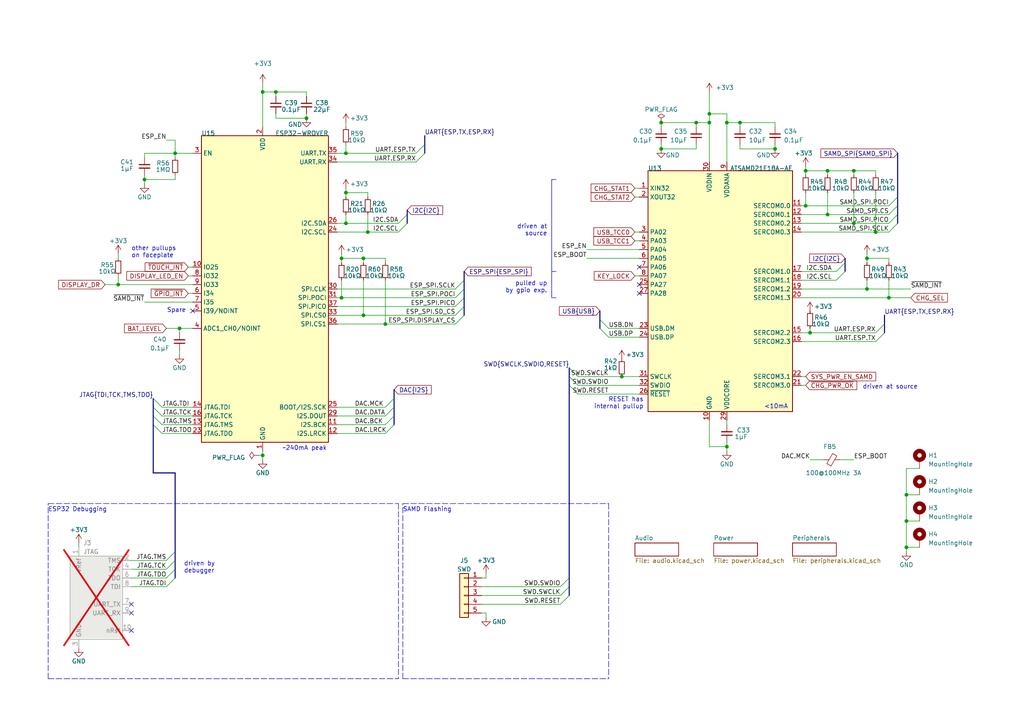
<source format=kicad_sch>
(kicad_sch (version 20230121) (generator eeschema)
  (paper "A4")
  (title_block (title "TANGARA") (date "2023-05-30") (rev "4") (company "made by jacqueline") (comment 1 "SPDX-License-Identifier: CERN-OHL-S-2.0"))
  (lib_symbols
    (symbol "Connector_Generic:Conn_01x05" (pin_names (offset 1.016) hide)
      (property "Reference" "J" (at 0 7.62 0))
      (property "Value" "Conn_01x05" (at 0 -7.62 0))
      (symbol "Conn_01x05_1_1"
        (rectangle (start -1.27 -4.953) (end 0 -5.207) (stroke (width 0.1524)))
        (rectangle (start -1.27 -2.413) (end 0 -2.667) (stroke (width 0.1524)))
        (rectangle (start -1.27 0.127) (end 0 -0.127) (stroke (width 0.1524)))
        (rectangle (start -1.27 2.667) (end 0 2.413) (stroke (width 0.1524)))
        (rectangle (start -1.27 5.207) (end 0 4.953) (stroke (width 0.1524)))
        (rectangle (start -1.27 6.35) (end 1.27 -6.35) (stroke (width 0.254)) (fill (type background)))
        (pin passive line (at -5.08 5.08 0) (length 3.81) (name "Pin_1") (number "1"))
        (pin passive line (at -5.08 2.54 0) (length 3.81) (name "Pin_2") (number "2"))
        (pin passive line (at -5.08 0 0) (length 3.81) (name "Pin_3") (number "3"))
        (pin passive line (at -5.08 -2.54 0) (length 3.81) (name "Pin_4") (number "4"))
        (pin passive line (at -5.08 -5.08 0) (length 3.81) (name "Pin_5") (number "5"))
      )
    )
    (symbol "Device:C_Small" (pin_numbers hide) (pin_names (offset 0.254) hide)
      (property "Reference" "C" (at 0.254 1.778 0))
      (property "Value" "C_Small" (at 0.254 -2.032 0))
      (symbol "C_Small_0_1"
        (polyline (pts (xy -1.524 -0.508) (xy 1.524 -0.508)) (stroke (width 0.3302)))
        (polyline (pts (xy -1.524 0.508) (xy 1.524 0.508)) (stroke (width 0.3048)))
      )
      (symbol "C_Small_1_1"
        (pin passive line (at 0 2.54 270) (length 2.032) (name "~") (number "1"))
        (pin passive line (at 0 -2.54 90) (length 2.032) (name "~") (number "2"))
      )
    )
    (symbol "Device:Ferrite_Bead_Small" (pin_numbers hide) (pin_names (offset 0))
      (property "Reference" "FB" (at 1.905 1.27 0))
      (property "Value" "Device_Ferrite_Bead_Small" (at 1.905 -1.27 0))
      (symbol "Ferrite_Bead_Small_0_1"
        (polyline (pts (xy 0 -1.27) (xy 0 -0.7874)))
        (polyline (pts (xy 0 0.889) (xy 0 1.2954)))
        (polyline (pts (xy -1.8288 0.2794) (xy -1.1176 1.4986) (xy 1.8288 -0.2032) (xy 1.1176 -1.4224) (xy -1.8288 0.2794)))
      )
      (symbol "Ferrite_Bead_Small_1_1"
        (pin passive line (at 0 2.54 270) (length 1.27) (name "~") (number "1"))
        (pin passive line (at 0 -2.54 90) (length 1.27) (name "~") (number "2"))
      )
    )
    (symbol "Device:R_Small" (pin_numbers hide) (pin_names (offset 0.254) hide)
      (property "Reference" "R" (at 0.762 0.508 0))
      (property "Value" "R_Small" (at 0.762 -1.016 0))
      (symbol "R_Small_0_1"
        (rectangle (start -0.762 1.778) (end 0.762 -1.778) (stroke (width 0.2032)))
      )
      (symbol "R_Small_1_1"
        (pin passive line (at 0 2.54 270) (length 0.762) (name "~") (number "1"))
        (pin passive line (at 0 -2.54 90) (length 0.762) (name "~") (number "2"))
      )
    )
    (symbol "Mechanical:MountingHole_Pad" (pin_numbers hide) (pin_names (offset 1.016) hide)
      (property "Reference" "H" (at 0 6.35 0))
      (property "Value" "MountingHole_Pad" (at 0 4.445 0))
      (symbol "MountingHole_Pad_0_1"
        (circle (center 0 1.27) (radius 1.27) (stroke (width 1.27)))
      )
      (symbol "MountingHole_Pad_1_1"
        (pin input line (at 0 -2.54 90) (length 2.54) (name "1") (number "1"))
      )
    )
    (symbol "power:+3V3" (power) (pin_names (offset 0))
      (property "Value" "+3V3" (at 0 3.556 0))
      (symbol "+3V3_0_1"
        (polyline (pts (xy -0.762 1.27) (xy 0 2.54)))
        (polyline (pts (xy 0 0) (xy 0 2.54)))
        (polyline (pts (xy 0 2.54) (xy 0.762 1.27)))
      )
      (symbol "+3V3_1_1"
        (pin power_in line (at 0 0 90) (length 0) hide (name "+3V3") (number "1"))
      )
    )
    (symbol "power:GND" (power) (pin_names (offset 0))
      (property "Value" "GND" (at 0 -3.81 0))
      (symbol "GND_0_1"
        (polyline (pts (xy 0 0) (xy 0 -1.27) (xy 1.27 -1.27) (xy 0 -2.54) (xy -1.27 -1.27) (xy 0 -1.27)))
      )
      (symbol "GND_1_1"
        (pin power_in line (at 0 0 270) (length 0) hide (name "GND") (number "1"))
      )
    )
    (symbol "power:PWR_FLAG" (power) (pin_numbers hide) (pin_names (offset 0) hide)
      (property "Value" "PWR_FLAG" (at 0 3.81 0))
      (symbol "PWR_FLAG_0_0"
        (pin power_out line (at 0 0 90) (length 0) (name "pwr") (number "1"))
      )
      (symbol "PWR_FLAG_0_1"
        (polyline (pts (xy 0 0) (xy 0 1.27) (xy -1.016 1.905) (xy 0 2.54) (xy 1.016 1.905) (xy 0 1.27)))
      )
    )
    (symbol "symbols:ATSAMD21E15A-A"
      (property "Reference" "U" (at 0 15.24 0))
      (property "Value" "ATSAMD21E15A-A" (at 0 10.16 0))
      (symbol "ATSAMD21E15A-A_1_1"
        (rectangle (start -20.32 45.72) (end 21.59 -24.13) (stroke (width 0.254)) (fill (type background)))
        (pin bidirectional line (at -22.86 40.64 0) (length 2.54) (name "XIN32") (number "1"))
        (pin power_in line (at -2.54 -26.67 90) (length 2.54) (name "GND") (number "10"))
        (pin bidirectional line (at 24.13 35.56 180) (length 2.54) (name "SERCOM0.0") (number "11"))
        (pin bidirectional line (at 24.13 33.02 180) (length 2.54) (name "SERCOM0.1") (number "12"))
        (pin bidirectional line (at 24.13 30.48 180) (length 2.54) (name "SERCOM0.2") (number "13"))
        (pin bidirectional line (at 24.13 27.94 180) (length 2.54) (name "SERCOM0.3") (number "14"))
        (pin bidirectional line (at 24.13 -1.27 180) (length 2.54) (name "SERCOM2.2") (number "15"))
        (pin bidirectional line (at 24.13 -3.81 180) (length 2.54) (name "SERCOM2.3") (number "16"))
        (pin bidirectional line (at 24.13 16.51 180) (length 2.54) (name "SERCOM1.0") (number "17"))
        (pin bidirectional line (at 24.13 13.97 180) (length 2.54) (name "SERCOM1.1") (number "18"))
        (pin bidirectional line (at 24.13 11.43 180) (length 2.54) (name "SERCOM1.2") (number "19"))
        (pin bidirectional line (at -22.86 38.1 0) (length 2.54) (name "XOUT32") (number "2"))
        (pin bidirectional line (at 24.13 8.89 180) (length 2.54) (name "SERCOM1.3") (number "20"))
        (pin bidirectional line (at 24.13 -16.51 180) (length 2.54) (name "SERCOM3.0") (number "21"))
        (pin bidirectional line (at 24.13 -13.97 180) (length 2.54) (name "SERCOM3.1") (number "22"))
        (pin bidirectional line (at -22.86 0 0) (length 2.54) (name "USB.DM") (number "23"))
        (pin bidirectional line (at -22.86 -2.54 0) (length 2.54) (name "USB.DP") (number "24"))
        (pin bidirectional line (at -22.86 12.7 0) (length 2.54) (name "PA27") (number "25"))
        (pin input line (at -22.86 -19.05 0) (length 2.54) (name "~{RESET}") (number "26"))
        (pin bidirectional line (at -22.86 10.16 0) (length 2.54) (name "PA28") (number "27"))
        (pin power_in line (at -2.54 -26.67 90) (length 2.54) hide (name "GND") (number "28"))
        (pin power_out line (at 2.54 -26.67 90) (length 2.54) (name "VDDCORE") (number "29"))
        (pin bidirectional line (at -22.86 27.94 0) (length 2.54) (name "PA02") (number "3"))
        (pin power_in line (at -2.54 48.26 270) (length 2.54) (name "VDDIN") (number "30"))
        (pin bidirectional line (at -22.86 -13.97 0) (length 2.54) (name "SWCLK") (number "31"))
        (pin bidirectional line (at -22.86 -16.51 0) (length 2.54) (name "SWDIO") (number "32"))
        (pin bidirectional line (at -22.86 25.4 0) (length 2.54) (name "PA03") (number "4"))
        (pin bidirectional line (at -22.86 22.86 0) (length 2.54) (name "PA04") (number "5"))
        (pin bidirectional line (at -22.86 20.32 0) (length 2.54) (name "PA05") (number "6"))
        (pin bidirectional line (at -22.86 17.78 0) (length 2.54) (name "PA06") (number "7"))
        (pin bidirectional line (at -22.86 15.24 0) (length 2.54) (name "PA07") (number "8"))
        (pin power_in line (at 2.54 48.26 270) (length 2.54) (name "VDDANA") (number "9"))
      )
    )
    (symbol "symbols:BMDU"
      (property "Reference" "U" (at -5.08 6.35 0))
      (property "Value" "BMDU" (at -5.08 6.35 0))
      (symbol "BMDU_0_0"
        (pin power_in line (at -5.08 20.32 270) (length 2.54) (name "vRef") (number "1"))
        (pin output line (at 10.16 -3.81 180) (length 2.54) (name "nRst") (number "10"))
        (pin output line (at 10.16 16.51 180) (length 2.54) (name "TMS") (number "2"))
        (pin power_in line (at -5.08 -8.89 90) (length 2.54) (name "GND") (number "3"))
        (pin output line (at 10.16 13.97 180) (length 2.54) (name "TCK") (number "4"))
        (pin power_in line (at -5.08 -8.89 90) (length 2.54) hide (name "GND") (number "5"))
        (pin output line (at 10.16 11.43 180) (length 2.54) (name "TDO") (number "6"))
        (pin output line (at 10.16 3.81 180) (length 2.54) (name "UART_TX") (number "7"))
        (pin input line (at 10.16 8.89 180) (length 2.54) (name "TDI") (number "8"))
        (pin input line (at 10.16 1.27 180) (length 2.54) (name "UART_RX") (number "9"))
      )
      (symbol "BMDU_0_1"
        (rectangle (start -7.62 17.78) (end 7.62 -6.35) (fill (type background)))
      )
    )
    (symbol "symbols:ESP32-WROOM"
      (property "Reference" "U" (at -17.78 34.29 0))
      (property "Value" "ESP32-WROOM" (at -3.81 34.29 0))
      (symbol "ESP32-WROOM_0_1"
        (rectangle (start -17.78 33.02) (end 19.05 -55.88) (stroke (width 0.254)) (fill (type background)))
      )
      (symbol "ESP32-WROOM_1_1"
        (pin power_in line (at 0 -58.42 90) (length 2.54) (name "GND") (number "1"))
        (pin bidirectional line (at -20.32 -5.08 0) (length 2.54) (name "IO25") (number "10"))
        (pin bidirectional line (at 21.59 -50.8 180) (length 2.54) (name "I2S.BCK") (number "11"))
        (pin bidirectional line (at 21.59 -53.34 180) (length 2.54) (name "I2S.LRCK") (number "12"))
        (pin bidirectional line (at -20.32 -50.8 0) (length 2.54) (name "JTAG.TMS") (number "13"))
        (pin bidirectional line (at -20.32 -45.72 0) (length 2.54) (name "JTAG.TDI") (number "14"))
        (pin power_in line (at 0 -58.42 90) (length 2.54) hide (name "GND") (number "15"))
        (pin bidirectional line (at -20.32 -48.26 0) (length 2.54) (name "JTAG.TCK") (number "16"))
        (pin no_connect line (at -17.78 16.51 0) (length 2.54) hide (name "SHD/SD2") (number "17"))
        (pin no_connect line (at -17.78 13.97 0) (length 2.54) hide (name "SWP/SD3") (number "18"))
        (pin no_connect line (at -17.78 8.89 0) (length 2.54) hide (name "SCS/CMD") (number "19"))
        (pin power_in line (at 0 35.56 270) (length 2.54) (name "VDD") (number "2"))
        (pin no_connect line (at -17.78 11.43 0) (length 2.54) hide (name "SCK/CLK") (number "20"))
        (pin no_connect line (at -17.78 21.59 0) (length 2.54) hide (name "SDO/SD0") (number "21"))
        (pin no_connect line (at -17.78 19.05 0) (length 2.54) hide (name "SDI/SD1") (number "22"))
        (pin bidirectional line (at -20.32 -53.34 0) (length 2.54) (name "JTAG.TDO") (number "23"))
        (pin bidirectional line (at 21.59 5.08 180) (length 2.54) (name "I2C.SCL") (number "24"))
        (pin bidirectional line (at 21.59 -45.72 180) (length 2.54) (name "BOOT/I2S.SCK") (number "25"))
        (pin bidirectional line (at 21.59 7.62 180) (length 2.54) (name "I2C.SDA") (number "26"))
        (pin no_connect line (at -17.78 6.35 0) (length 2.54) hide (name "IO16") (number "27"))
        (pin no_connect line (at -17.78 3.81 0) (length 2.54) hide (name "IO17") (number "28"))
        (pin bidirectional line (at 21.59 -48.26 180) (length 2.54) (name "I2S.DOUT") (number "29"))
        (pin input line (at -20.32 27.94 0) (length 2.54) (name "EN") (number "3"))
        (pin bidirectional line (at 21.59 -11.43 180) (length 2.54) (name "SPI.CLK") (number "30"))
        (pin bidirectional line (at 21.59 -13.97 180) (length 2.54) (name "SPI.POCI") (number "31"))
        (pin no_connect line (at -17.78 1.27 0) (length 2.54) hide (name "NC") (number "32"))
        (pin bidirectional line (at 21.59 -19.05 180) (length 2.54) (name "SPI.CS0") (number "33"))
        (pin bidirectional line (at 21.59 25.4 180) (length 2.54) (name "UART.RX") (number "34"))
        (pin bidirectional line (at 21.59 27.94 180) (length 2.54) (name "UART.TX") (number "35"))
        (pin bidirectional line (at 21.59 -21.59 180) (length 2.54) (name "SPI.CS1") (number "36"))
        (pin bidirectional line (at 21.59 -16.51 180) (length 2.54) (name "SPI.PICO") (number "37"))
        (pin power_in line (at 0 -58.42 90) (length 2.54) hide (name "GND") (number "38"))
        (pin power_in line (at 0 -58.42 90) (length 2.54) hide (name "GND") (number "39"))
        (pin input line (at -20.32 -22.86 0) (length 2.54) (name "ADC1_CH0/NOINT") (number "4"))
        (pin input line (at -20.32 -17.78 0) (length 2.54) (name "I39/NOINT") (number "5"))
        (pin input line (at -20.32 -12.7 0) (length 2.54) (name "I34") (number "6"))
        (pin input line (at -20.32 -15.24 0) (length 2.54) (name "I35") (number "7"))
        (pin bidirectional line (at -20.32 -7.62 0) (length 2.54) (name "IO32") (number "8"))
        (pin bidirectional line (at -20.32 -10.16 0) (length 2.54) (name "IO33") (number "9"))
      )
    )
  )
  (bus_alias "SAMD_SPI" (members "SCLK" "POCI" "PICO" "CS"))
  (bus_alias "I2C" (members "SDA" "SCL"))
  (bus_alias "I2S" (members "MCK" "BCK" "LRCK" "DATA"))
  (bus_alias "USB" (members "DN" "DP"))
  (bus_alias "ESP_SPI" (members "SCLK" "POCI" "PICO" "SD_CS" "DISPLAY_CS"))
  (junction (at 247.65 64.77))
  (junction (at 88.9 34.29))
  (junction (at 251.46 83.82))
  (junction (at 233.68 59.69))
  (junction (at 247.65 49.53))
  (junction (at 254 67.31))
  (junction (at 191.77 35.56))
  (junction (at 100.33 44.45))
  (junction (at 100.33 55.88))
  (junction (at 205.74 33.02))
  (junction (at 99.06 86.36))
  (junction (at 111.76 93.98))
  (junction (at 233.68 49.53))
  (junction (at 34.29 82.55))
  (junction (at 210.82 35.56))
  (junction (at 105.41 91.44))
  (junction (at 100.33 64.77))
  (junction (at 224.79 43.18))
  (junction (at 106.68 67.31))
  (junction (at 105.41 74.93))
  (junction (at 52.07 95.25))
  (junction (at 180.34 109.22))
  (junction (at 41.91 52.07))
  (junction (at 240.03 62.23))
  (junction (at 201.93 35.56))
  (junction (at 80.01 26.67))
  (junction (at 50.8 44.45))
  (junction (at 262.89 143.51))
  (junction (at 214.63 35.56))
  (junction (at 205.74 35.56))
  (junction (at 251.46 74.93))
  (junction (at 240.03 49.53))
  (junction (at 191.77 43.18))
  (junction (at 234.95 96.52))
  (junction (at 76.2 26.67))
  (junction (at 262.89 158.75))
  (junction (at 257.81 86.36))
  (junction (at 76.2 132.08))
  (junction (at 262.89 151.13))
  (junction (at 99.06 74.93))
  (junction (at 210.82 129.54))
  (no_connect (at 55.88 90.17))
  (no_connect (at 185.42 77.47))
  (no_connect (at 185.42 85.09))
  (no_connect (at 38.1 182.88))
  (no_connect (at 38.1 175.26))
  (no_connect (at 185.42 82.55))
  (no_connect (at 38.1 177.8))
  (bus_entry (at 114.3 115.57) (size -2.54 2.54))
  (bus_entry (at 165.1 106.68) (size 2.54 2.54))
  (bus_entry (at 165.1 109.22) (size 2.54 2.54))
  (bus_entry (at 165.1 111.76) (size 2.54 2.54))
  (bus_entry (at 44.45 123.19) (size 2.54 2.54))
  (bus_entry (at 44.45 115.57) (size 2.54 2.54))
  (bus_entry (at 44.45 118.11) (size 2.54 2.54))
  (bus_entry (at 44.45 120.65) (size 2.54 2.54))
  (bus_entry (at 257.81 64.77) (size 2.54 -2.54))
  (bus_entry (at 257.81 62.23) (size 2.54 -2.54))
  (bus_entry (at 257.81 59.69) (size 2.54 -2.54))
  (bus_entry (at 162.56 170.18) (size 2.54 -2.54))
  (bus_entry (at 132.08 86.36) (size 2.54 -2.54))
  (bus_entry (at 132.08 83.82) (size 2.54 -2.54))
  (bus_entry (at 132.08 88.9) (size 2.54 -2.54))
  (bus_entry (at 132.08 93.98) (size 2.54 -2.54))
  (bus_entry (at 132.08 91.44) (size 2.54 -2.54))
  (bus_entry (at 120.65 46.99) (size 2.54 -2.54))
  (bus_entry (at 120.65 44.45) (size 2.54 -2.54))
  (bus_entry (at 48.26 165.1) (size 2.54 -2.54))
  (bus_entry (at 48.26 167.64) (size 2.54 -2.54))
  (bus_entry (at 48.26 162.56) (size 2.54 -2.54))
  (bus_entry (at 48.26 170.18) (size 2.54 -2.54))
  (bus_entry (at 162.56 175.26) (size 2.54 -2.54))
  (bus_entry (at 242.57 78.74) (size 2.54 -2.54))
  (bus_entry (at 257.81 67.31) (size 2.54 -2.54))
  (bus_entry (at 111.76 120.65) (size 2.54 -2.54))
  (bus_entry (at 111.76 125.73) (size 2.54 -2.54))
  (bus_entry (at 111.76 123.19) (size 2.54 -2.54))
  (bus_entry (at 242.57 81.28) (size 2.54 -2.54))
  (bus_entry (at 115.57 64.77) (size 2.54 -2.54))
  (bus_entry (at 115.57 67.31) (size 2.54 -2.54))
  (bus_entry (at 254 96.52) (size 2.54 -2.54))
  (bus_entry (at 254 99.06) (size 2.54 -2.54))
  (bus_entry (at 162.56 172.72) (size 2.54 -2.54))
  (bus_entry (at 173.99 95.25) (size 2.54 2.54))
  (bus_entry (at 173.99 92.71) (size 2.54 2.54))
  (bus (pts (xy 44.45 115.57) (xy 44.45 118.11)))
  (wire (pts (xy 257.81 81.28) (xy 257.81 86.36)))
  (wire (pts (xy 205.74 129.54) (xy 210.82 129.54)))
  (wire (pts (xy 232.41 81.28) (xy 242.57 81.28)))
  (bus (pts (xy 260.35 62.23) (xy 260.35 64.77)))
  (wire (pts (xy 99.06 81.28) (xy 99.06 86.36)))
  (wire (pts (xy 251.46 74.93) (xy 257.81 74.93)))
  (wire (pts (xy 50.8 50.8) (xy 50.8 52.07)))
  (wire (pts (xy 257.81 62.23) (xy 240.03 62.23)))
  (wire (pts (xy 214.63 43.18) (xy 214.63 41.91)))
  (wire (pts (xy 262.89 143.51) (xy 262.89 151.13)))
  (bus (pts (xy 114.3 115.57) (xy 114.3 118.11)))
  (wire (pts (xy 105.41 74.93) (xy 111.76 74.93)))
  (polyline (pts (xy 161.29 52.07) (xy 160.02 52.07)))
  (wire (pts (xy 48.26 95.25) (xy 52.07 95.25)))
  (wire (pts (xy 247.65 49.53) (xy 254 49.53)))
  (polyline (pts (xy 160.02 52.07) (xy 160.02 78.74)))
  (wire (pts (xy 111.76 74.93) (xy 111.76 76.2)))
  (wire (pts (xy 180.34 109.22) (xy 185.42 109.22)))
  (wire (pts (xy 30.48 82.55) (xy 34.29 82.55)))
  (polyline (pts (xy 176.53 146.05) (xy 176.53 196.85)) (stroke (width 0) (type dash)))
  (wire (pts (xy 99.06 86.36) (xy 132.08 86.36)))
  (wire (pts (xy 176.53 97.79) (xy 185.42 97.79)))
  (bus (pts (xy 50.8 160.02) (xy 50.8 162.56)))
  (wire (pts (xy 234.95 95.25) (xy 234.95 96.52)))
  (wire (pts (xy 224.79 35.56) (xy 224.79 36.83)))
  (wire (pts (xy 139.7 172.72) (xy 162.56 172.72)))
  (wire (pts (xy 97.79 83.82) (xy 132.08 83.82)))
  (wire (pts (xy 74.93 132.08) (xy 76.2 132.08)))
  (wire (pts (xy 266.7 135.89) (xy 262.89 135.89)))
  (wire (pts (xy 167.64 109.22) (xy 180.34 109.22)))
  (wire (pts (xy 76.2 26.67) (xy 80.01 26.67)))
  (wire (pts (xy 52.07 96.52) (xy 52.07 95.25)))
  (bus (pts (xy 173.99 90.17) (xy 173.99 92.71)))
  (wire (pts (xy 41.91 52.07) (xy 50.8 52.07)))
  (wire (pts (xy 140.97 166.37) (xy 140.97 167.64)))
  (bus (pts (xy 114.3 118.11) (xy 114.3 120.65)))
  (bus (pts (xy 165.1 106.68) (xy 165.1 109.22)))
  (bus (pts (xy 123.19 41.91) (xy 123.19 44.45)))
  (wire (pts (xy 232.41 86.36) (xy 257.81 86.36)))
  (wire (pts (xy 201.93 35.56) (xy 191.77 35.56)))
  (wire (pts (xy 184.15 67.31) (xy 185.42 67.31)))
  (wire (pts (xy 41.91 50.8) (xy 41.91 52.07)))
  (wire (pts (xy 184.15 57.15) (xy 185.42 57.15)))
  (wire (pts (xy 251.46 74.93) (xy 251.46 76.2)))
  (polyline (pts (xy 116.84 146.05) (xy 176.53 146.05)) (stroke (width 0) (type dash)))
  (wire (pts (xy 48.26 40.64) (xy 50.8 40.64)))
  (wire (pts (xy 234.95 133.35) (xy 238.76 133.35)))
  (wire (pts (xy 176.53 95.25) (xy 185.42 95.25)))
  (wire (pts (xy 76.2 26.67) (xy 76.2 36.83)))
  (wire (pts (xy 205.74 33.02) (xy 205.74 35.56)))
  (wire (pts (xy 105.41 81.28) (xy 105.41 91.44)))
  (wire (pts (xy 184.15 54.61) (xy 185.42 54.61)))
  (wire (pts (xy 140.97 179.07) (xy 140.97 177.8)))
  (wire (pts (xy 247.65 55.88) (xy 247.65 64.77)))
  (wire (pts (xy 240.03 50.8) (xy 240.03 49.53)))
  (wire (pts (xy 184.15 80.01) (xy 185.42 80.01)))
  (wire (pts (xy 262.89 158.75) (xy 262.89 160.02)))
  (wire (pts (xy 210.82 35.56) (xy 210.82 46.99)))
  (wire (pts (xy 257.81 86.36) (xy 264.16 86.36)))
  (wire (pts (xy 46.99 120.65) (xy 55.88 120.65)))
  (wire (pts (xy 232.41 83.82) (xy 251.46 83.82)))
  (bus (pts (xy 245.11 76.2) (xy 245.11 78.74)))
  (wire (pts (xy 233.68 55.88) (xy 233.68 59.69)))
  (wire (pts (xy 232.41 78.74) (xy 242.57 78.74)))
  (polyline (pts (xy 160.02 78.74) (xy 160.02 86.36)))
  (wire (pts (xy 257.81 59.69) (xy 233.68 59.69)))
  (wire (pts (xy 243.84 133.35) (xy 247.65 133.35)))
  (wire (pts (xy 22.86 157.48) (xy 22.86 158.75)))
  (wire (pts (xy 80.01 26.67) (xy 88.9 26.67)))
  (wire (pts (xy 139.7 175.26) (xy 162.56 175.26)))
  (wire (pts (xy 76.2 24.13) (xy 76.2 26.67)))
  (bus (pts (xy 165.1 109.22) (xy 165.1 111.76)))
  (bus (pts (xy 165.1 170.18) (xy 165.1 172.72)))
  (wire (pts (xy 46.99 118.11) (xy 55.88 118.11)))
  (wire (pts (xy 34.29 73.66) (xy 34.29 74.93)))
  (polyline (pts (xy 13.97 196.85) (xy 13.97 146.05)) (stroke (width 0) (type dash)))
  (wire (pts (xy 99.06 74.93) (xy 105.41 74.93)))
  (polyline (pts (xy 160.02 78.74) (xy 161.29 78.74)))
  (wire (pts (xy 46.99 123.19) (xy 55.88 123.19)))
  (wire (pts (xy 201.93 35.56) (xy 201.93 36.83)))
  (wire (pts (xy 80.01 33.02) (xy 80.01 34.29)))
  (wire (pts (xy 247.65 64.77) (xy 257.81 64.77)))
  (wire (pts (xy 80.01 34.29) (xy 88.9 34.29)))
  (wire (pts (xy 247.65 50.8) (xy 247.65 49.53)))
  (wire (pts (xy 88.9 26.67) (xy 88.9 27.94)))
  (wire (pts (xy 191.77 35.56) (xy 191.77 36.83)))
  (bus (pts (xy 134.62 88.9) (xy 134.62 86.36)))
  (wire (pts (xy 97.79 67.31) (xy 106.68 67.31)))
  (wire (pts (xy 97.79 125.73) (xy 111.76 125.73)))
  (wire (pts (xy 232.41 96.52) (xy 234.95 96.52)))
  (wire (pts (xy 100.33 62.23) (xy 100.33 64.77)))
  (wire (pts (xy 214.63 43.18) (xy 224.79 43.18)))
  (bus (pts (xy 114.3 120.65) (xy 114.3 123.19)))
  (wire (pts (xy 167.64 111.76) (xy 185.42 111.76)))
  (bus (pts (xy 165.1 111.76) (xy 165.1 167.64)))
  (polyline (pts (xy 160.02 86.36) (xy 161.29 86.36)))
  (wire (pts (xy 170.18 72.39) (xy 185.42 72.39)))
  (wire (pts (xy 38.1 165.1) (xy 48.26 165.1)))
  (bus (pts (xy 44.45 120.65) (xy 44.45 123.19)))
  (wire (pts (xy 46.99 125.73) (xy 55.88 125.73)))
  (wire (pts (xy 100.33 41.91) (xy 100.33 44.45)))
  (wire (pts (xy 111.76 81.28) (xy 111.76 93.98)))
  (wire (pts (xy 254 55.88) (xy 254 67.31)))
  (wire (pts (xy 254 49.53) (xy 254 50.8)))
  (wire (pts (xy 97.79 64.77) (xy 100.33 64.77)))
  (wire (pts (xy 210.82 33.02) (xy 210.82 35.56)))
  (wire (pts (xy 97.79 88.9) (xy 132.08 88.9)))
  (bus (pts (xy 173.99 92.71) (xy 173.99 95.25)))
  (wire (pts (xy 233.68 48.26) (xy 233.68 49.53)))
  (polyline (pts (xy 116.84 196.85) (xy 116.84 146.05)) (stroke (width 0) (type dash)))
  (wire (pts (xy 167.64 114.3) (xy 185.42 114.3)))
  (wire (pts (xy 38.1 167.64) (xy 48.26 167.64)))
  (wire (pts (xy 99.06 74.93) (xy 99.06 76.2)))
  (wire (pts (xy 210.82 128.27) (xy 210.82 129.54)))
  (wire (pts (xy 38.1 170.18) (xy 48.26 170.18)))
  (wire (pts (xy 233.68 59.69) (xy 232.41 59.69)))
  (wire (pts (xy 262.89 135.89) (xy 262.89 143.51)))
  (bus (pts (xy 44.45 137.16) (xy 50.8 137.16)))
  (wire (pts (xy 232.41 62.23) (xy 240.03 62.23)))
  (wire (pts (xy 100.33 35.56) (xy 100.33 36.83)))
  (polyline (pts (xy 116.84 196.85) (xy 176.53 196.85)) (stroke (width 0) (type dash)))
  (wire (pts (xy 233.68 109.22) (xy 232.41 109.22)))
  (wire (pts (xy 139.7 170.18) (xy 162.56 170.18)))
  (wire (pts (xy 54.61 77.47) (xy 55.88 77.47)))
  (wire (pts (xy 105.41 91.44) (xy 132.08 91.44)))
  (wire (pts (xy 232.41 67.31) (xy 254 67.31)))
  (wire (pts (xy 97.79 44.45) (xy 100.33 44.45)))
  (wire (pts (xy 100.33 64.77) (xy 115.57 64.77)))
  (wire (pts (xy 224.79 41.91) (xy 224.79 43.18)))
  (wire (pts (xy 205.74 33.02) (xy 210.82 33.02)))
  (wire (pts (xy 251.46 73.66) (xy 251.46 74.93)))
  (wire (pts (xy 240.03 55.88) (xy 240.03 62.23)))
  (wire (pts (xy 76.2 132.08) (xy 76.2 130.81)))
  (wire (pts (xy 205.74 26.67) (xy 205.74 33.02)))
  (wire (pts (xy 76.2 133.35) (xy 76.2 132.08)))
  (wire (pts (xy 38.1 162.56) (xy 48.26 162.56)))
  (wire (pts (xy 232.41 64.77) (xy 247.65 64.77)))
  (wire (pts (xy 232.41 99.06) (xy 254 99.06)))
  (bus (pts (xy 134.62 78.74) (xy 134.62 81.28)))
  (wire (pts (xy 41.91 52.07) (xy 41.91 53.34)))
  (wire (pts (xy 191.77 41.91) (xy 191.77 43.18)))
  (bus (pts (xy 134.62 91.44) (xy 134.62 88.9)))
  (wire (pts (xy 262.89 151.13) (xy 262.89 158.75)))
  (bus (pts (xy 134.62 86.36) (xy 134.62 83.82)))
  (wire (pts (xy 240.03 49.53) (xy 247.65 49.53)))
  (bus (pts (xy 118.11 62.23) (xy 118.11 64.77)))
  (wire (pts (xy 41.91 44.45) (xy 50.8 44.45)))
  (bus (pts (xy 123.19 39.37) (xy 123.19 41.91)))
  (wire (pts (xy 233.68 50.8) (xy 233.68 49.53)))
  (wire (pts (xy 34.29 80.01) (xy 34.29 82.55)))
  (wire (pts (xy 105.41 74.93) (xy 105.41 76.2)))
  (wire (pts (xy 100.33 44.45) (xy 120.65 44.45)))
  (wire (pts (xy 251.46 83.82) (xy 264.16 83.82)))
  (wire (pts (xy 100.33 57.15) (xy 100.33 55.88)))
  (wire (pts (xy 205.74 121.92) (xy 205.74 129.54)))
  (wire (pts (xy 111.76 93.98) (xy 132.08 93.98)))
  (wire (pts (xy 170.18 74.93) (xy 185.42 74.93)))
  (wire (pts (xy 41.91 45.72) (xy 41.91 44.45)))
  (polyline (pts (xy 13.97 146.05) (xy 115.57 146.05)) (stroke (width 0) (type dash)))
  (wire (pts (xy 34.29 82.55) (xy 55.88 82.55)))
  (wire (pts (xy 97.79 118.11) (xy 111.76 118.11)))
  (bus (pts (xy 134.62 83.82) (xy 134.62 81.28)))
  (wire (pts (xy 97.79 120.65) (xy 111.76 120.65)))
  (wire (pts (xy 106.68 62.23) (xy 106.68 67.31)))
  (wire (pts (xy 54.61 80.01) (xy 55.88 80.01)))
  (wire (pts (xy 205.74 35.56) (xy 205.74 46.99)))
  (wire (pts (xy 210.82 35.56) (xy 214.63 35.56)))
  (bus (pts (xy 256.54 93.98) (xy 256.54 96.52)))
  (bus (pts (xy 50.8 137.16) (xy 50.8 160.02)))
  (wire (pts (xy 97.79 93.98) (xy 111.76 93.98)))
  (bus (pts (xy 50.8 162.56) (xy 50.8 165.1)))
  (wire (pts (xy 262.89 151.13) (xy 266.7 151.13)))
  (wire (pts (xy 100.33 54.61) (xy 100.33 55.88)))
  (wire (pts (xy 214.63 35.56) (xy 224.79 35.56)))
  (wire (pts (xy 257.81 74.93) (xy 257.81 76.2)))
  (wire (pts (xy 262.89 158.75) (xy 266.7 158.75)))
  (wire (pts (xy 100.33 55.88) (xy 106.68 55.88)))
  (wire (pts (xy 52.07 95.25) (xy 55.88 95.25)))
  (bus (pts (xy 118.11 60.96) (xy 118.11 62.23)))
  (wire (pts (xy 140.97 177.8) (xy 139.7 177.8)))
  (bus (pts (xy 260.35 57.15) (xy 260.35 59.69)))
  (wire (pts (xy 201.93 43.18) (xy 201.93 41.91)))
  (wire (pts (xy 140.97 167.64) (xy 139.7 167.64)))
  (bus (pts (xy 44.45 118.11) (xy 44.45 120.65)))
  (wire (pts (xy 106.68 67.31) (xy 115.57 67.31)))
  (wire (pts (xy 80.01 26.67) (xy 80.01 27.94)))
  (bus (pts (xy 114.3 113.03) (xy 114.3 115.57)))
  (wire (pts (xy 50.8 44.45) (xy 55.88 44.45)))
  (bus (pts (xy 260.35 59.69) (xy 260.35 62.23)))
  (bus (pts (xy 44.45 123.19) (xy 44.45 137.16)))
  (wire (pts (xy 205.74 35.56) (xy 201.93 35.56)))
  (wire (pts (xy 210.82 123.19) (xy 210.82 121.92)))
  (wire (pts (xy 88.9 34.29) (xy 88.9 33.02)))
  (wire (pts (xy 251.46 81.28) (xy 251.46 83.82)))
  (wire (pts (xy 50.8 45.72) (xy 50.8 44.45)))
  (wire (pts (xy 210.82 129.54) (xy 210.82 130.81)))
  (wire (pts (xy 97.79 46.99) (xy 120.65 46.99)))
  (wire (pts (xy 214.63 35.56) (xy 214.63 36.83)))
  (bus (pts (xy 245.11 74.93) (xy 245.11 76.2)))
  (wire (pts (xy 233.68 49.53) (xy 240.03 49.53)))
  (wire (pts (xy 97.79 123.19) (xy 111.76 123.19)))
  (polyline (pts (xy 13.97 196.85) (xy 115.57 196.85)) (stroke (width 0) (type dash)))
  (wire (pts (xy 97.79 91.44) (xy 105.41 91.44)))
  (wire (pts (xy 254 67.31) (xy 257.81 67.31)))
  (wire (pts (xy 54.61 85.09) (xy 55.88 85.09)))
  (wire (pts (xy 201.93 43.18) (xy 191.77 43.18)))
  (wire (pts (xy 262.89 143.51) (xy 266.7 143.51)))
  (wire (pts (xy 52.07 102.87) (xy 52.07 101.6)))
  (polyline (pts (xy 115.57 146.05) (xy 115.57 196.85)) (stroke (width 0) (type dash)))
  (wire (pts (xy 97.79 86.36) (xy 99.06 86.36)))
  (bus (pts (xy 165.1 167.64) (xy 165.1 170.18)))
  (wire (pts (xy 41.91 87.63) (xy 55.88 87.63)))
  (wire (pts (xy 184.15 69.85) (xy 185.42 69.85)))
  (bus (pts (xy 260.35 44.45) (xy 260.35 57.15)))
  (wire (pts (xy 234.95 96.52) (xy 254 96.52)))
  (wire (pts (xy 99.06 73.66) (xy 99.06 74.93)))
  (wire (pts (xy 233.68 111.76) (xy 232.41 111.76)))
  (bus (pts (xy 50.8 165.1) (xy 50.8 167.64)))
  (wire (pts (xy 50.8 44.45) (xy 50.8 40.64)))
  (wire (pts (xy 106.68 55.88) (xy 106.68 57.15)))
  (bus (pts (xy 256.54 91.44) (xy 256.54 93.98)))
  (text "<10mA" (at 221.615 118.745 0) (effects (font (size 1.27 1.27)) (justify left bottom)))
  (text "driven by\ndebugger" (at 53.34 166.37 0) (effects (font (size 1.27 1.27)) (justify left bottom)))
  (text "~240mA peak" (at 81.915 130.81 0) (effects (font (size 1.27 1.27)) (justify left bottom)))
  (text "Spare" (at 53.975 90.805 0) (effects (font (size 1.27 1.27)) (justify right bottom)))
  (text "RESET has\ninternal pullup" (at 186.69 118.745 0) (effects (font (size 1.27 1.27)) (justify right bottom)))
  (text "SAMD Flashing" (at 116.84 148.59 0) (effects (font (size 1.27 1.27)) (justify left bottom)))
  (text "driven at\nsource" (at 158.75 68.58 0) (effects (font (size 1.27 1.27)) (justify right bottom)))
  (text "ESP32 Debugging" (at 13.97 148.59 0) (effects (font (size 1.27 1.27)) (justify left bottom)))
  (text "other pullups\non faceplate" (at 38.1 74.93 0) (effects (font (size 1.27 1.27)) (justify left bottom)))
  (text "driven at source" (at 250.19 113.03 0) (effects (font (size 1.27 1.27)) (justify left bottom)))
  (text "pulled up\nby gpio exp." (at 158.75 85.09 0) (effects (font (size 1.27 1.27)) (justify right bottom)))
  (label "~{SAMD_INT}" (at 264.16 83.82 0))
  (label "UART.ESP.TX" (at 120.65 44.45 180))
  (label "DAC.BCK" (at 102.87 123.19 0))
  (label "JTAG.TCK" (at 48.26 165.1 180))
  (label "UART{ESP.TX,ESP.RX}" (at 256.54 91.44 0))
  (label "ESP_BOOT" (at 170.18 74.93 180))
  (label "ESP_SPI.DISPLAY_CS" (at 132.08 93.98 180))
  (label "SAMD_SPI.SCLK" (at 257.81 67.31 180))
  (label "I2C.SCL" (at 241.3 81.28 180))
  (label "DAC.MCK" (at 102.87 118.11 0))
  (label "I2C.SDA" (at 115.57 64.77 180))
  (label "SWD.SWCLK" (at 176.53 109.22 180))
  (label "ESP_SPI.SCLK" (at 132.08 83.82 180))
  (label "JTAG.TDO" (at 48.26 167.64 180))
  (label "JTAG.TCK" (at 46.99 120.65 0))
  (label "DAC.MCK" (at 234.95 133.35 180))
  (label "SAMD_SPI.PICO" (at 257.81 64.77 180))
  (label "SWD.RESET" (at 176.53 114.3 180))
  (label "SWD{SWCLK,SWDIO,RESET}" (at 165.1 106.68 180))
  (label "SWD.SWDIO" (at 176.53 111.76 180))
  (label "SWD.RESET" (at 162.56 175.26 180))
  (label "JTAG.TDO" (at 46.99 125.73 0))
  (label "I2C.SCL" (at 115.57 67.31 180))
  (label "ESP_SPI.POCI" (at 132.08 86.36 180))
  (label "SAMD_SPI.CS" (at 257.81 62.23 180))
  (label "UART{ESP.TX,ESP.RX}" (at 123.19 39.37 0))
  (label "ESP_EN" (at 170.18 72.39 180))
  (label "~{SAMD_INT}" (at 41.91 87.63 180))
  (label "JTAG{TDI,TCK,TMS,TDO}" (at 44.45 115.57 180))
  (label "ESP_SPI.PICO" (at 132.08 88.9 180))
  (label "DAC.DATA" (at 102.87 120.65 0))
  (label "UART.ESP.RX" (at 120.65 46.99 180))
  (label "JTAG.TDI" (at 48.26 170.18 180))
  (label "UART.ESP.TX" (at 254 99.06 180))
  (label "SWD.SWCLK" (at 162.56 172.72 180))
  (label "SWD.SWDIO" (at 162.56 170.18 180))
  (label "UART.ESP.RX" (at 254 96.52 180))
  (label "SAMD_SPI.POCI" (at 257.81 59.69 180))
  (label "USB.DN" (at 176.53 95.25 0))
  (label "USB.DP" (at 176.53 97.79 0))
  (label "ESP_EN" (at 48.26 40.64 180))
  (label "JTAG.TDI" (at 46.99 118.11 0))
  (label "JTAG.TMS" (at 48.26 162.56 180))
  (label "I2C.SDA" (at 241.3 78.74 180))
  (label "JTAG.TMS" (at 46.99 123.19 0))
  (label "DAC.LRCK" (at 102.87 125.73 0))
  (label "ESP_SPI.SD_CS" (at 132.08 91.44 180))
  (label "ESP_BOOT" (at 247.65 133.35 0))
  (global_label "~{GPIO_INT}" (shape input) (at 54.61 85.09 180) (property "Intersheetrefs" "${INTERSHEET_REFS}" (effects hide)))
  (global_label "BAT_LEVEL" (shape input) (at 48.26 95.25 180) (property "Intersheetrefs" "${INTERSHEET_REFS}" (effects hide)))
  (global_label "SAMD_SPI{SAMD_SPI}" (shape input) (at 260.35 44.45 180) (property "Intersheetrefs" "${INTERSHEET_REFS}" (effects hide)))
  (global_label "USB{USB}" (shape input) (at 173.99 90.17 180) (property "Intersheetrefs" "${INTERSHEET_REFS}" (effects hide)))
  (global_label "DISPLAY_LED_EN" (shape input) (at 54.61 80.01 180) (property "Intersheetrefs" "${INTERSHEET_REFS}" (effects hide)))
  (global_label "SYS_PWR_EN_SAMD" (shape input) (at 233.68 109.22 0) (property "Intersheetrefs" "${INTERSHEET_REFS}" (effects hide)))
  (global_label "USB_TCC1" (shape input) (at 184.15 69.85 180) (property "Intersheetrefs" "${INTERSHEET_REFS}" (effects hide)))
  (global_label "I2C{I2C}" (shape input) (at 118.11 60.96 0) (property "Intersheetrefs" "${INTERSHEET_REFS}" (effects hide)))
  (global_label "DISPLAY_DR" (shape input) (at 30.48 82.55 180) (property "Intersheetrefs" "${INTERSHEET_REFS}" (effects hide)))
  (global_label "DAC{I2S}" (shape input) (at 114.3 113.03 0) (property "Intersheetrefs" "${INTERSHEET_REFS}" (effects hide)))
  (global_label "I2C{I2C}" (shape input) (at 245.11 74.93 180) (property "Intersheetrefs" "${INTERSHEET_REFS}" (effects hide)))
  (global_label "~{TOUCH_INT}" (shape input) (at 54.61 77.47 180) (property "Intersheetrefs" "${INTERSHEET_REFS}" (effects hide)))
  (global_label "USB_TCC0" (shape input) (at 184.15 67.31 180) (property "Intersheetrefs" "${INTERSHEET_REFS}" (effects hide)))
  (global_label "KEY_LOCK" (shape input) (at 184.15 80.01 180) (property "Intersheetrefs" "${INTERSHEET_REFS}" (effects hide)))
  (global_label "ESP_SPI{ESP_SPI}" (shape input) (at 134.62 78.74 0) (property "Intersheetrefs" "${INTERSHEET_REFS}" (effects hide)))
  (global_label "~{CHG_PWR_OK}" (shape input) (at 233.68 111.76 0) (property "Intersheetrefs" "${INTERSHEET_REFS}" (effects hide)))
  (global_label "CHG_STAT1" (shape input) (at 184.15 54.61 180) (property "Intersheetrefs" "${INTERSHEET_REFS}" (effects hide)))
  (global_label "CHG_SEL" (shape input) (at 264.16 86.36 0) (property "Intersheetrefs" "${INTERSHEET_REFS}" (effects hide)))
  (global_label "CHG_STAT2" (shape input) (at 184.15 57.15 180) (property "Intersheetrefs" "${INTERSHEET_REFS}" (effects hide)))
  (symbol (lib_id "Device:R_Small") (at 100.33 59.69 0) (unit 1)
    (property "Reference" "R21" (at 103.505 59.055 0))
    (property "Value" "10kΩ" (at 103.505 60.96 0))
    (property "Footprint" "Resistor_SMD:R_0603_1608Metric" (effects hide))
    (property "MPN" "AC0603JR-0710KL" (effects hide))
  )
  (symbol (lib_id "power:PWR_FLAG") (at 74.93 132.08 90) (unit 1)
    (property "Reference" "#FLG0102" (effects hide))
    (property "Value" "PWR_FLAG" (at 71.12 132.715 90) (effects (justify left)))
  )
  (symbol (lib_id "power:+3V3") (at 22.86 157.48 0) (unit 1)
    (property "Reference" "#PWR0101" (effects hide))
    (property "Value" "+3V3" (at 22.86 153.67 0))
  )
  (symbol (lib_id "Device:R_Small") (at 240.03 53.34 0) (unit 1)
    (property "Reference" "R48" (at 243.84 52.705 0))
    (property "Value" "10kΩ" (at 243.84 54.61 0))
    (property "Footprint" "Resistor_SMD:R_0603_1608Metric" (effects hide))
    (property "MPN" "AC0603JR-0710KL" (effects hide))
  )
  (symbol (lib_id "Mechanical:MountingHole_Pad") (at 266.7 156.21 0) (unit 1) (in_bom no)
    (property "Reference" "H4" (at 269.24 154.9399 0) (effects (justify left)))
    (property "Value" "MountingHole" (at 269.24 157.4799 0) (effects (justify left)))
    (property "Footprint" "MountingHole:MountingHole_2.2mm_M2_Pad_Via" (effects hide))
  )
  (symbol (lib_id "power:+3V3") (at 140.97 166.37 0) (unit 1)
    (property "Reference" "#PWR0115" (effects hide))
    (property "Value" "+3V3" (at 140.97 162.56 0))
  )
  (symbol (lib_id "power:GND") (at 262.89 160.02 0) (unit 1)
    (property "Reference" "#PWR054" (effects hide))
    (property "Value" "GND" (at 262.89 163.83 0))
  )
  (symbol (lib_id "symbols:ESP32-WROOM") (at 76.2 72.39 0) (unit 1)
    (property "Reference" "U15" (at 58.42 39.37 0) (effects (justify left bottom)))
    (property "Value" "ESP32-WROVER" (at 95.25 39.37 0) (effects (justify right bottom)))
    (property "Footprint" "footprints:ESP32-WROVER" (effects hide))
    (property "Datasheet" "https://www.espressif.com/sites/default/files/documentation/esp32-wroom-32d_esp32-wroom-32u_datasheet_en.pdf" (effects hide))
    (property "MPN" "ESP32-WROVER-E-N16R8" (effects hide))
  )
  (symbol (lib_id "Device:C_Small") (at 88.9 30.48 0) (unit 1)
    (property "Reference" "C38" (at 93.345 29.845 0))
    (property "Value" "22μF" (at 93.345 31.75 0))
    (property "Footprint" "Capacitor_SMD:C_1206_3216Metric" (effects hide))
    (property "MPN" "GRM319R61C226KE15D" (effects hide))
  )
  (symbol (lib_id "power:+3V3") (at 76.2 24.13 0) (unit 1)
    (property "Reference" "#PWR0108" (effects hide))
    (property "Value" "+3V3" (at 76.2 18.415 0))
  )
  (symbol (lib_id "power:GND") (at 210.82 130.81 0) (unit 1)
    (property "Reference" "#PWR0121" (effects hide))
    (property "Value" "GND" (at 210.82 134.62 0))
  )
  (symbol (lib_id "Device:C_Small") (at 41.91 48.26 0) (unit 1)
    (property "Reference" "C41" (at 36.83 46.99 0))
    (property "Value" "1μF" (at 36.83 48.895 0))
    (property "Footprint" "Capacitor_SMD:C_0805_2012Metric" (effects hide))
    (property "MPN" "GRM216R61C105KA88D" (effects hide))
  )
  (symbol (lib_id "power:GND") (at 22.86 187.96 0) (unit 1)
    (property "Reference" "#PWR0102" (effects hide))
    (property "Value" "GND" (at 22.86 191.77 0))
  )
  (symbol (lib_id "power:GND") (at 76.2 133.35 0) (unit 1)
    (property "Reference" "#PWR0109" (effects hide))
    (property "Value" "GND" (at 76.2 137.16 0))
  )
  (symbol (lib_id "power:+3V3") (at 234.95 90.17 0) (unit 1)
    (property "Reference" "#PWR0124" (effects hide))
    (property "Value" "+3V3" (at 238.76 88.9 0))
  )
  (symbol (lib_id "Device:R_Small") (at 99.06 78.74 0) (unit 1)
    (property "Reference" "R20" (at 102.235 78.105 0))
    (property "Value" "10kΩ" (at 102.235 80.01 0))
    (property "Footprint" "Resistor_SMD:R_0603_1608Metric" (effects hide))
    (property "MPN" "AC0603JR-0710KL" (effects hide))
  )
  (symbol (lib_id "Device:C_Small") (at 201.93 39.37 0) (mirror x) (unit 1)
    (property "Reference" "C35" (at 199.39 38.1 0) (effects (justify right)))
    (property "Value" "10μF" (at 199.39 40.64 0) (effects (justify right)))
    (property "Footprint" "Capacitor_SMD:C_0805_2012Metric" (effects hide))
    (property "MPN" "GRM21BR61C106KE15K" (effects hide))
  )
  (symbol (lib_id "Device:C_Small") (at 224.79 39.37 0) (unit 1)
    (property "Reference" "C34" (at 227.33 38.1062 0) (effects (justify left)))
    (property "Value" "0.1μF" (at 227.33 40.6462 0) (effects (justify left)))
    (property "Footprint" "Capacitor_SMD:C_0603_1608Metric" (effects hide))
    (property "MPN" "GCM188R71C104KA37J" (effects hide))
  )
  (symbol (lib_id "power:GND") (at 191.77 43.18 0) (mirror y) (unit 1)
    (property "Reference" "#PWR0119" (effects hide))
    (property "Value" "GND" (at 193.04 45.72 0) (effects (justify right bottom)))
  )
  (symbol (lib_id "power:+3V3") (at 233.68 48.26 0) (mirror y) (unit 1)
    (property "Reference" "#PWR0123" (effects hide))
    (property "Value" "+3V3" (at 233.045 44.45 0))
  )
  (symbol (lib_id "power:GND") (at 52.07 102.87 0) (unit 1)
    (property "Reference" "#PWR0105" (effects hide))
    (property "Value" "GND" (at 52.07 106.68 0))
  )
  (symbol (lib_id "Device:C_Small") (at 191.77 39.37 0) (mirror y) (unit 1)
    (property "Reference" "C30" (at 189.23 38.1062 0) (effects (justify left)))
    (property "Value" "0.1μF" (at 189.23 40.6462 0) (effects (justify left)))
    (property "Footprint" "Capacitor_SMD:C_0603_1608Metric" (effects hide))
    (property "MPN" "GCM188R71C104KA37J" (effects hide))
  )
  (symbol (lib_id "power:+3V3") (at 251.46 73.66 0) (mirror y) (unit 1)
    (property "Reference" "#PWR0125" (effects hide))
    (property "Value" "+3V3" (at 255.27 72.39 0))
  )
  (symbol (lib_id "Connector_Generic:Conn_01x05") (at 134.62 172.72 0) (mirror y) (unit 1) (in_bom no)
    (property "Reference" "J5" (at 134.62 162.56 0))
    (property "Value" "SWD" (at 134.62 165.1 0))
    (property "Footprint" "footprints:SAMDSWD" (effects hide))
  )
  (symbol (lib_id "power:+3V3") (at 99.06 73.66 0) (unit 1)
    (property "Reference" "#PWR0113" (effects hide))
    (property "Value" "+3V3" (at 102.87 72.39 0))
  )
  (symbol (lib_id "Device:C_Small") (at 80.01 30.48 0) (unit 1)
    (property "Reference" "C39" (at 84.455 29.845 0))
    (property "Value" "0.1μF" (at 84.455 31.75 0))
    (property "Footprint" "Capacitor_SMD:C_0603_1608Metric" (effects hide))
    (property "MPN" "GCM188R71C104KA37J" (effects hide))
  )
  (symbol (lib_id "Device:C_Small") (at 214.63 39.37 180) (unit 1)
    (property "Reference" "C32" (at 217.17 38.1 0) (effects (justify right)))
    (property "Value" "10μF" (at 217.17 40.64 0) (effects (justify right)))
    (property "Footprint" "Capacitor_SMD:C_0805_2012Metric" (effects hide))
    (property "MPN" "GRM21BR61C106KE15K" (effects hide))
  )
  (symbol (lib_id "power:+3V3") (at 100.33 54.61 0) (unit 1)
    (property "Reference" "#PWR0112" (effects hide))
    (property "Value" "+3V3" (at 104.14 53.34 0))
  )
  (symbol (lib_id "Device:R_Small") (at 111.76 78.74 0) (unit 1)
    (property "Reference" "R58" (at 114.935 78.105 0))
    (property "Value" "10kΩ" (at 114.935 80.01 0))
    (property "Footprint" "Resistor_SMD:R_0603_1608Metric" (effects hide))
    (property "MPN" "AC0603JR-0710KL" (effects hide))
  )
  (symbol (lib_id "Device:Ferrite_Bead_Small") (at 241.3 133.35 90) (unit 1)
    (property "Reference" "FB5" (at 242.57 129.54 90) (effects (justify left)))
    (property "Value" "100@100MHz 3A" (at 233.68 137.16 90) (effects (justify right)))
    (property "Footprint" "Inductor_SMD:L_0603_1608Metric" (effects hide))
    (property "MPN" "BLM18KG101TN1D" (effects hide))
  )
  (symbol (lib_id "Device:R_Small") (at 247.65 53.34 0) (unit 1)
    (property "Reference" "R44" (at 250.825 52.705 0))
    (property "Value" "10kΩ" (at 250.825 54.61 0))
    (property "Footprint" "Resistor_SMD:R_0603_1608Metric" (effects hide))
    (property "MPN" "AC0603JR-0710KL" (effects hide))
  )
  (symbol (lib_id "power:GND") (at 224.79 43.18 0) (unit 1)
    (property "Reference" "#PWR0122" (effects hide))
    (property "Value" "GND" (at 223.52 45.72 0) (effects (justify right bottom)))
  )
  (symbol (lib_id "Device:R_Small") (at 106.68 59.69 0) (unit 1)
    (property "Reference" "R26" (at 109.855 59.055 0))
    (property "Value" "10kΩ" (at 109.855 60.96 0))
    (property "Footprint" "Resistor_SMD:R_0603_1608Metric" (effects hide))
    (property "MPN" "AC0603JR-0710KL" (effects hide))
  )
  (symbol (lib_id "Device:R_Small") (at 105.41 78.74 0) (unit 1)
    (property "Reference" "R60" (at 108.585 78.105 0))
    (property "Value" "10kΩ" (at 108.585 80.01 0))
    (property "Footprint" "Resistor_SMD:R_0603_1608Metric" (effects hide))
    (property "MPN" "AC0603JR-0710KL" (effects hide))
  )
  (symbol (lib_id "Device:R_Small") (at 254 53.34 0) (unit 1)
    (property "Reference" "R47" (at 257.175 52.705 0))
    (property "Value" "10kΩ" (at 257.175 54.61 0))
    (property "Footprint" "Resistor_SMD:R_0603_1608Metric" (effects hide))
    (property "MPN" "AC0603JR-0710KL" (effects hide))
  )
  (symbol (lib_id "Device:R_Small") (at 50.8 48.26 180) (unit 1)
    (property "Reference" "R56" (at 47.3075 47.3075 0))
    (property "Value" "1MΩ" (at 47.3075 49.2125 0))
    (property "Footprint" "Resistor_SMD:R_0603_1608Metric" (effects hide))
    (property "MPN" "AC0603FR-131ML" (effects hide))
  )
  (symbol (lib_id "Mechanical:MountingHole_Pad") (at 266.7 133.35 0) (unit 1) (in_bom no)
    (property "Reference" "H1" (at 269.24 132.0799 0) (effects (justify left)))
    (property "Value" "MountingHole" (at 269.24 134.6199 0) (effects (justify left)))
    (property "Footprint" "MountingHole:MountingHole_2.2mm_M2_Pad_Via" (effects hide))
  )
  (symbol (lib_id "Device:R_Small") (at 233.68 53.34 0) (unit 1)
    (property "Reference" "R45" (at 236.855 52.705 0))
    (property "Value" "10kΩ" (at 236.855 54.61 0))
    (property "Footprint" "Resistor_SMD:R_0603_1608Metric" (effects hide))
    (property "MPN" "AC0603JR-0710KL" (effects hide))
  )
  (symbol (lib_id "Device:R_Small") (at 251.46 78.74 0) (unit 1)
    (property "Reference" "R49" (at 254.635 78.105 0))
    (property "Value" "10kΩ" (at 254.635 80.01 0))
    (property "Footprint" "Resistor_SMD:R_0603_1608Metric" (effects hide))
    (property "MPN" "AC0603JR-0710KL" (effects hide))
  )
  (symbol (lib_id "Device:R_Small") (at 234.95 92.71 0) (unit 1)
    (property "Reference" "R46" (at 238.125 92.075 0))
    (property "Value" "10kΩ" (at 238.125 93.98 0))
    (property "Footprint" "Resistor_SMD:R_0603_1608Metric" (effects hide))
    (property "MPN" "AC0603JR-0710KL" (effects hide))
  )
  (symbol (lib_id "symbols:BMDU") (at 27.94 179.07 0) (unit 1) (in_bom no) (dnp yes)
    (property "Reference" "J3" (at 24.13 157.48 0) (effects (justify left)))
    (property "Value" "JTAG" (at 24.13 160.02 0) (effects (justify left)))
    (property "Footprint" "Connector_PinHeader_1.27mm:PinHeader_2x05_P1.27mm_Vertical_SMD" (effects hide))
    (property "Datasheet" "SAM8796-ND" (effects hide))
    (property "MPN" "FTSH-105-01-F-DV-K" (effects hide))
  )
  (symbol (lib_id "power:GND") (at 88.9 34.29 0) (unit 1)
    (property "Reference" "#PWR0110" (effects hide))
    (property "Value" "GND" (at 87.63 36.83 0) (effects (justify right bottom)))
  )
  (symbol (lib_id "Device:C_Small") (at 52.07 99.06 180) (unit 1)
    (property "Reference" "C40" (at 46.355 98.425 0))
    (property "Value" "0.1μF" (at 46.355 100.965 0))
    (property "Footprint" "Capacitor_SMD:C_0603_1608Metric" (effects hide))
    (property "MPN" "GCM188R71C104KA37J" (effects hide))
  )
  (symbol (lib_id "power:GND") (at 41.91 53.34 0) (unit 1)
    (property "Reference" "#PWR0103" (effects hide))
    (property "Value" "GND" (at 41.91 57.15 0))
  )
  (symbol (lib_id "Device:R_Small") (at 257.81 78.74 0) (unit 1)
    (property "Reference" "R43" (at 260.985 78.105 0))
    (property "Value" "10kΩ" (at 260.985 80.01 0))
    (property "Footprint" "Resistor_SMD:R_0603_1608Metric" (effects hide))
    (property "MPN" "AC0603JR-0710KL" (effects hide))
  )
  (symbol (lib_id "Mechanical:MountingHole_Pad") (at 266.7 148.59 0) (unit 1) (in_bom no)
    (property "Reference" "H3" (at 269.24 147.3199 0) (effects (justify left)))
    (property "Value" "MountingHole" (at 269.24 149.8599 0) (effects (justify left)))
    (property "Footprint" "MountingHole:MountingHole_2.2mm_M2_Pad_Via" (effects hide))
  )
  (symbol (lib_id "power:+3V3") (at 205.74 26.67 0) (mirror y) (unit 1)
    (property "Reference" "#PWR0120" (effects hide))
    (property "Value" "+3V3" (at 210.185 25.4 0))
  )
  (symbol (lib_id "Device:R_Small") (at 100.33 39.37 0) (unit 1)
    (property "Reference" "R59" (at 103.505 38.735 0))
    (property "Value" "10kΩ" (at 103.505 40.64 0))
    (property "Footprint" "Resistor_SMD:R_0603_1608Metric" (effects hide))
    (property "MPN" "AC0603JR-0710KL" (effects hide))
  )
  (symbol (lib_id "power:PWR_FLAG") (at 191.77 35.56 0) (unit 1)
    (property "Reference" "#FLG0101" (effects hide))
    (property "Value" "PWR_FLAG" (at 191.77 31.75 0))
  )
  (symbol (lib_id "Device:R_Small") (at 180.34 106.68 0) (mirror y) (unit 1)
    (property "Reference" "R42" (at 179.07 104.775 0) (effects (justify left)))
    (property "Value" "1kΩ" (at 179.07 106.68 0) (effects (justify left)))
    (property "Footprint" "Resistor_SMD:R_0603_1608Metric" (effects hide))
    (property "MPN" "ERJ-3RBD1001V" (effects hide))
  )
  (symbol (lib_id "power:+3V3") (at 180.34 104.14 0) (mirror y) (unit 1)
    (property "Reference" "#PWR0118" (effects hide))
    (property "Value" "+3V3" (at 184.15 102.87 0))
  )
  (symbol (lib_id "power:+3V3") (at 34.29 73.66 0) (unit 1)
    (property "Reference" "#PWR03" (effects hide))
    (property "Value" "+3V3" (at 34.29 69.85 0))
  )
  (symbol (lib_id "power:GND") (at 140.97 179.07 0) (unit 1)
    (property "Reference" "#PWR0117" (effects hide))
    (property "Value" "GND" (at 144.78 180.34 0))
  )
  (symbol (lib_id "symbols:ATSAMD21E15A-A") (at 208.28 95.25 0) (unit 1)
    (property "Reference" "U13" (at 187.96 49.53 0) (effects (justify left bottom)))
    (property "Value" "ATSAMD21E18A-AF" (at 229.87 49.53 0) (effects (justify right bottom)))
    (property "Footprint" "Package_QFP:TQFP-32_7x7mm_P0.8mm" (effects hide))
    (property "Datasheet" "http://ww1.microchip.com/downloads/en/DeviceDoc/SAM_D21_DA1_Family_Data%20Sheet_DS40001882E.pdf" (effects hide))
    (property "MPN" "ATSAMD21E18A-AF" (effects hide))
  )
  (symbol (lib_id "Mechanical:MountingHole_Pad") (at 266.7 140.97 0) (unit 1) (in_bom no)
    (property "Reference" "H2" (at 269.24 139.6999 0) (effects (justify left)))
    (property "Value" "MountingHole" (at 269.24 142.2399 0) (effects (justify left)))
    (property "Footprint" "MountingHole:MountingHole_2.2mm_M2_Pad_Via" (effects hide))
  )
  (symbol (lib_id "Device:C_Small") (at 210.82 125.73 180) (unit 1)
    (property "Reference" "C33" (at 213.6775 124.7775 0) (effects (justify right)))
    (property "Value" "1μF" (at 213.0425 126.6825 0) (effects (justify right)))
    (property "Footprint" "Capacitor_SMD:C_0805_2012Metric" (effects hide))
    (property "MPN" "GRM216R61C105KA88D" (effects hide))
  )
  (symbol (lib_id "Device:R_Small") (at 34.29 77.47 0) (mirror y) (unit 1)
    (property "Reference" "R55" (at 31.115 76.835 0))
    (property "Value" "10kΩ" (at 31.115 78.74 0))
    (property "Footprint" "Resistor_SMD:R_0603_1608Metric" (effects hide))
    (property "MPN" "AC0603JR-0710KL" (effects hide))
  )
  (symbol (lib_id "power:+3V3") (at 100.33 35.56 0) (unit 1)
    (property "Reference" "#PWR0111" (effects hide))
    (property "Value" "+3V3" (at 104.14 34.29 0))
  )
  (sheet (at 207.01 157.48) (size 12.7 3.81) (stroke (width 0.1524))
    (property "Sheetname" "Power" (at 207.01 156.7684 0) (effects (justify left bottom)))
    (property "Sheetfile" "power.kicad_sch" (at 207.01 161.8746 0) (effects (justify left top)))
  )
  (sheet (at 229.87 157.48) (size 12.7 3.81) (stroke (width 0.1524))
    (property "Sheetname" "Peripherals" (at 229.87 156.7684 0) (effects (justify left bottom)))
    (property "Sheetfile" "peripherals.kicad_sch" (at 229.87 161.8746 0) (effects (justify left top)))
  )
  (sheet (at 184.15 157.48) (size 12.7 3.81) (stroke (width 0.1524))
    (property "Sheetname" "Audio" (at 184.15 156.7684 0) (effects (justify left bottom)))
    (property "Sheetfile" "audio.kicad_sch" (at 184.15 161.8746 0) (effects (justify left top)))
  )
)
</source>
